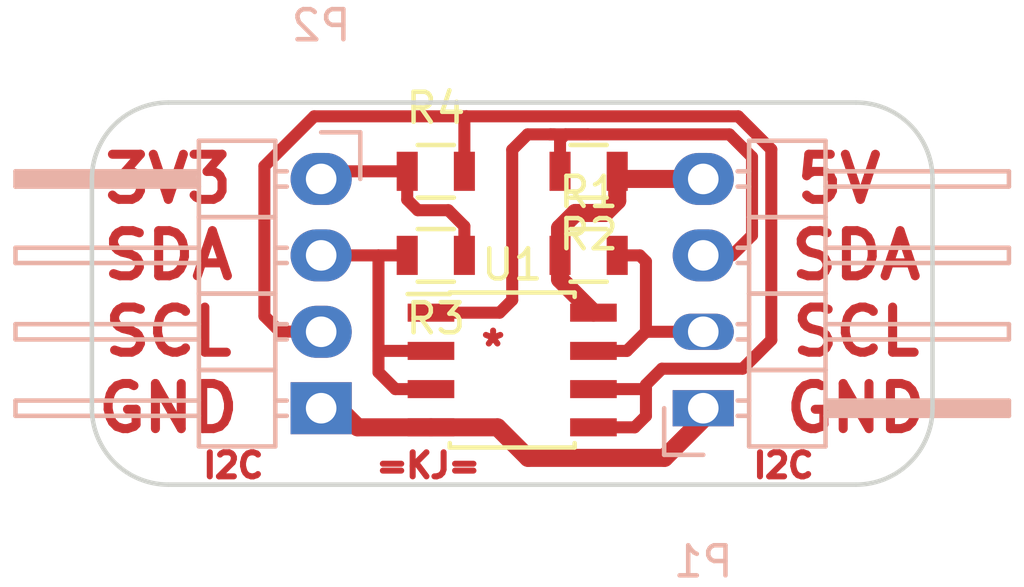
<source format=kicad_pcb>
(kicad_pcb (version 4) (host pcbnew 4.0.4+e1-6308~48~ubuntu16.04.1-stable)

  (general
    (links 17)
    (no_connects 0)
    (area 128.824999 98.065 163.275001 117.935)
    (thickness 1.6)
    (drawings 20)
    (tracks 76)
    (zones 0)
    (modules 7)
    (nets 8)
  )

  (page A4)
  (layers
    (0 F.Cu signal)
    (31 B.Cu signal)
    (32 B.Adhes user)
    (33 F.Adhes user)
    (34 B.Paste user)
    (35 F.Paste user)
    (36 B.SilkS user)
    (37 F.SilkS user hide)
    (38 B.Mask user)
    (39 F.Mask user)
    (40 Dwgs.User user)
    (41 Cmts.User user)
    (42 Eco1.User user)
    (43 Eco2.User user)
    (44 Edge.Cuts user)
    (45 Margin user)
    (46 B.CrtYd user)
    (47 F.CrtYd user)
    (48 B.Fab user hide)
    (49 F.Fab user hide)
  )

  (setup
    (last_trace_width 0.25)
    (user_trace_width 0.3)
    (user_trace_width 0.4)
    (user_trace_width 0.5)
    (trace_clearance 0.2)
    (zone_clearance 0.508)
    (zone_45_only no)
    (trace_min 0.2)
    (segment_width 0.2)
    (edge_width 0.15)
    (via_size 0.6)
    (via_drill 0.4)
    (via_min_size 0.4)
    (via_min_drill 0.3)
    (uvia_size 0.3)
    (uvia_drill 0.1)
    (uvias_allowed no)
    (uvia_min_size 0.2)
    (uvia_min_drill 0.1)
    (pcb_text_width 0.3)
    (pcb_text_size 1.5 1.5)
    (mod_edge_width 0.15)
    (mod_text_size 1 1)
    (mod_text_width 0.15)
    (pad_size 2.032 1.7272)
    (pad_drill 1.016)
    (pad_to_mask_clearance 0.2)
    (aux_axis_origin 0 0)
    (visible_elements FFFFEF7F)
    (pcbplotparams
      (layerselection 0x01000_00000001)
      (usegerberextensions false)
      (excludeedgelayer true)
      (linewidth 0.100000)
      (plotframeref false)
      (viasonmask false)
      (mode 1)
      (useauxorigin false)
      (hpglpennumber 1)
      (hpglpenspeed 20)
      (hpglpendiameter 15)
      (hpglpenoverlay 2)
      (psnegative false)
      (psa4output false)
      (plotreference true)
      (plotvalue true)
      (plotinvisibletext false)
      (padsonsilk false)
      (subtractmaskfromsilk false)
      (outputformat 1)
      (mirror false)
      (drillshape 0)
      (scaleselection 1)
      (outputdirectory "/media/mdh/FREDRIK H/KSW/"))
  )

  (net 0 "")
  (net 1 GND)
  (net 2 +5V)
  (net 3 +3V3)
  (net 4 /SCL0)
  (net 5 /SDA0)
  (net 6 /SCL1)
  (net 7 /SDA1)

  (net_class Default "This is the default net class."
    (clearance 0.2)
    (trace_width 0.25)
    (via_dia 0.6)
    (via_drill 0.4)
    (uvia_dia 0.3)
    (uvia_drill 0.1)
    (add_net +3V3)
    (add_net +5V)
    (add_net /SCL0)
    (add_net /SCL1)
    (add_net /SDA0)
    (add_net /SDA1)
    (add_net GND)
  )

  (module Housings_SOIC:SOIC-8_3.9x4.9mm_Pitch1.27mm (layer F.Cu) (tedit 54130A77) (tstamp 581C6B62)
    (at 146.05 110.49)
    (descr "8-Lead Plastic Small Outline (SN) - Narrow, 3.90 mm Body [SOIC] (see Microchip Packaging Specification 00000049BS.pdf)")
    (tags "SOIC 1.27")
    (path /581C686B)
    (attr smd)
    (fp_text reference U1 (at 0 -3.5) (layer F.SilkS)
      (effects (font (size 1 1) (thickness 0.15)))
    )
    (fp_text value P82B96 (at 0 3.5) (layer F.Fab)
      (effects (font (size 1 1) (thickness 0.15)))
    )
    (fp_line (start -0.95 -2.45) (end 1.95 -2.45) (layer F.Fab) (width 0.15))
    (fp_line (start 1.95 -2.45) (end 1.95 2.45) (layer F.Fab) (width 0.15))
    (fp_line (start 1.95 2.45) (end -1.95 2.45) (layer F.Fab) (width 0.15))
    (fp_line (start -1.95 2.45) (end -1.95 -1.45) (layer F.Fab) (width 0.15))
    (fp_line (start -1.95 -1.45) (end -0.95 -2.45) (layer F.Fab) (width 0.15))
    (fp_line (start -3.75 -2.75) (end -3.75 2.75) (layer F.CrtYd) (width 0.05))
    (fp_line (start 3.75 -2.75) (end 3.75 2.75) (layer F.CrtYd) (width 0.05))
    (fp_line (start -3.75 -2.75) (end 3.75 -2.75) (layer F.CrtYd) (width 0.05))
    (fp_line (start -3.75 2.75) (end 3.75 2.75) (layer F.CrtYd) (width 0.05))
    (fp_line (start -2.075 -2.575) (end -2.075 -2.525) (layer F.SilkS) (width 0.15))
    (fp_line (start 2.075 -2.575) (end 2.075 -2.43) (layer F.SilkS) (width 0.15))
    (fp_line (start 2.075 2.575) (end 2.075 2.43) (layer F.SilkS) (width 0.15))
    (fp_line (start -2.075 2.575) (end -2.075 2.43) (layer F.SilkS) (width 0.15))
    (fp_line (start -2.075 -2.575) (end 2.075 -2.575) (layer F.SilkS) (width 0.15))
    (fp_line (start -2.075 2.575) (end 2.075 2.575) (layer F.SilkS) (width 0.15))
    (fp_line (start -2.075 -2.525) (end -3.475 -2.525) (layer F.SilkS) (width 0.15))
    (pad 1 smd rect (at -2.7 -1.905) (size 1.55 0.6) (layers F.Cu F.Paste F.Mask)
      (net 5 /SDA0))
    (pad 2 smd rect (at -2.7 -0.635) (size 1.55 0.6) (layers F.Cu F.Paste F.Mask)
      (net 7 /SDA1))
    (pad 3 smd rect (at -2.7 0.635) (size 1.55 0.6) (layers F.Cu F.Paste F.Mask)
      (net 7 /SDA1))
    (pad 4 smd rect (at -2.7 1.905) (size 1.55 0.6) (layers F.Cu F.Paste F.Mask)
      (net 1 GND))
    (pad 5 smd rect (at 2.7 1.905) (size 1.55 0.6) (layers F.Cu F.Paste F.Mask)
      (net 6 /SCL1))
    (pad 6 smd rect (at 2.7 0.635) (size 1.55 0.6) (layers F.Cu F.Paste F.Mask)
      (net 6 /SCL1))
    (pad 7 smd rect (at 2.7 -0.635) (size 1.55 0.6) (layers F.Cu F.Paste F.Mask)
      (net 4 /SCL0))
    (pad 8 smd rect (at 2.7 -1.905) (size 1.55 0.6) (layers F.Cu F.Paste F.Mask)
      (net 2 +5V))
    (model Housings_SOIC.3dshapes/SOIC-8_3.9x4.9mm_Pitch1.27mm.wrl
      (at (xyz 0 0 0))
      (scale (xyz 1 1 1))
      (rotate (xyz 0 0 0))
    )
  )

  (module Resistors_SMD:R_0805 (layer F.Cu) (tedit 5415CDEB) (tstamp 581C6B44)
    (at 148.59 106.68)
    (descr "Resistor SMD 0805, reflow soldering, Vishay (see dcrcw.pdf)")
    (tags "resistor 0805")
    (path /581C6B0D)
    (attr smd)
    (fp_text reference R1 (at 0 -2.1) (layer F.SilkS)
      (effects (font (size 1 1) (thickness 0.15)))
    )
    (fp_text value 1k (at 0 2.1) (layer F.Fab)
      (effects (font (size 1 1) (thickness 0.15)))
    )
    (fp_line (start -1.6 -1) (end 1.6 -1) (layer F.CrtYd) (width 0.05))
    (fp_line (start -1.6 1) (end 1.6 1) (layer F.CrtYd) (width 0.05))
    (fp_line (start -1.6 -1) (end -1.6 1) (layer F.CrtYd) (width 0.05))
    (fp_line (start 1.6 -1) (end 1.6 1) (layer F.CrtYd) (width 0.05))
    (fp_line (start 0.6 0.875) (end -0.6 0.875) (layer F.SilkS) (width 0.15))
    (fp_line (start -0.6 -0.875) (end 0.6 -0.875) (layer F.SilkS) (width 0.15))
    (pad 1 smd rect (at -0.95 0) (size 0.7 1.3) (layers F.Cu F.Paste F.Mask)
      (net 2 +5V))
    (pad 2 smd rect (at 0.95 0) (size 0.7 1.3) (layers F.Cu F.Paste F.Mask)
      (net 4 /SCL0))
    (model Resistors_SMD.3dshapes/R_0805.wrl
      (at (xyz 0 0 0))
      (scale (xyz 1 1 1))
      (rotate (xyz 0 0 0))
    )
  )

  (module Resistors_SMD:R_0805 (layer F.Cu) (tedit 5415CDEB) (tstamp 581C6B4A)
    (at 148.59 103.886 180)
    (descr "Resistor SMD 0805, reflow soldering, Vishay (see dcrcw.pdf)")
    (tags "resistor 0805")
    (path /581C6A60)
    (attr smd)
    (fp_text reference R2 (at 0 -2.1 180) (layer F.SilkS)
      (effects (font (size 1 1) (thickness 0.15)))
    )
    (fp_text value 1k (at 0 2.1 180) (layer F.Fab)
      (effects (font (size 1 1) (thickness 0.15)))
    )
    (fp_line (start -1.6 -1) (end 1.6 -1) (layer F.CrtYd) (width 0.05))
    (fp_line (start -1.6 1) (end 1.6 1) (layer F.CrtYd) (width 0.05))
    (fp_line (start -1.6 -1) (end -1.6 1) (layer F.CrtYd) (width 0.05))
    (fp_line (start 1.6 -1) (end 1.6 1) (layer F.CrtYd) (width 0.05))
    (fp_line (start 0.6 0.875) (end -0.6 0.875) (layer F.SilkS) (width 0.15))
    (fp_line (start -0.6 -0.875) (end 0.6 -0.875) (layer F.SilkS) (width 0.15))
    (pad 1 smd rect (at -0.95 0 180) (size 0.7 1.3) (layers F.Cu F.Paste F.Mask)
      (net 2 +5V))
    (pad 2 smd rect (at 0.95 0 180) (size 0.7 1.3) (layers F.Cu F.Paste F.Mask)
      (net 5 /SDA0))
    (model Resistors_SMD.3dshapes/R_0805.wrl
      (at (xyz 0 0 0))
      (scale (xyz 1 1 1))
      (rotate (xyz 0 0 0))
    )
  )

  (module Resistors_SMD:R_0805 (layer F.Cu) (tedit 5415CDEB) (tstamp 581C6B50)
    (at 143.51 106.68 180)
    (descr "Resistor SMD 0805, reflow soldering, Vishay (see dcrcw.pdf)")
    (tags "resistor 0805")
    (path /581C6DBB)
    (attr smd)
    (fp_text reference R3 (at 0 -2.1 180) (layer F.SilkS)
      (effects (font (size 1 1) (thickness 0.15)))
    )
    (fp_text value 1k (at 0 2.1 180) (layer F.Fab)
      (effects (font (size 1 1) (thickness 0.15)))
    )
    (fp_line (start -1.6 -1) (end 1.6 -1) (layer F.CrtYd) (width 0.05))
    (fp_line (start -1.6 1) (end 1.6 1) (layer F.CrtYd) (width 0.05))
    (fp_line (start -1.6 -1) (end -1.6 1) (layer F.CrtYd) (width 0.05))
    (fp_line (start 1.6 -1) (end 1.6 1) (layer F.CrtYd) (width 0.05))
    (fp_line (start 0.6 0.875) (end -0.6 0.875) (layer F.SilkS) (width 0.15))
    (fp_line (start -0.6 -0.875) (end 0.6 -0.875) (layer F.SilkS) (width 0.15))
    (pad 1 smd rect (at -0.95 0 180) (size 0.7 1.3) (layers F.Cu F.Paste F.Mask)
      (net 3 +3V3))
    (pad 2 smd rect (at 0.95 0 180) (size 0.7 1.3) (layers F.Cu F.Paste F.Mask)
      (net 7 /SDA1))
    (model Resistors_SMD.3dshapes/R_0805.wrl
      (at (xyz 0 0 0))
      (scale (xyz 1 1 1))
      (rotate (xyz 0 0 0))
    )
  )

  (module Resistors_SMD:R_0805 (layer F.Cu) (tedit 5415CDEB) (tstamp 581C6B56)
    (at 143.51 103.886)
    (descr "Resistor SMD 0805, reflow soldering, Vishay (see dcrcw.pdf)")
    (tags "resistor 0805")
    (path /581C6E4E)
    (attr smd)
    (fp_text reference R4 (at 0 -2.1) (layer F.SilkS)
      (effects (font (size 1 1) (thickness 0.15)))
    )
    (fp_text value 1k (at 0 2.1) (layer F.Fab)
      (effects (font (size 1 1) (thickness 0.15)))
    )
    (fp_line (start -1.6 -1) (end 1.6 -1) (layer F.CrtYd) (width 0.05))
    (fp_line (start -1.6 1) (end 1.6 1) (layer F.CrtYd) (width 0.05))
    (fp_line (start -1.6 -1) (end -1.6 1) (layer F.CrtYd) (width 0.05))
    (fp_line (start 1.6 -1) (end 1.6 1) (layer F.CrtYd) (width 0.05))
    (fp_line (start 0.6 0.875) (end -0.6 0.875) (layer F.SilkS) (width 0.15))
    (fp_line (start -0.6 -0.875) (end 0.6 -0.875) (layer F.SilkS) (width 0.15))
    (pad 1 smd rect (at -0.95 0) (size 0.7 1.3) (layers F.Cu F.Paste F.Mask)
      (net 3 +3V3))
    (pad 2 smd rect (at 0.95 0) (size 0.7 1.3) (layers F.Cu F.Paste F.Mask)
      (net 6 /SCL1))
    (model Resistors_SMD.3dshapes/R_0805.wrl
      (at (xyz 0 0 0))
      (scale (xyz 1 1 1))
      (rotate (xyz 0 0 0))
    )
  )

  (module Pin_Headers:Pin_Header_Angled_1x04 (layer B.Cu) (tedit 582347E6) (tstamp 582344E3)
    (at 152.4 111.76)
    (descr "Through hole pin header")
    (tags "pin header")
    (path /581C6C1C)
    (fp_text reference P1 (at 0 5.1) (layer B.SilkS)
      (effects (font (size 1 1) (thickness 0.15)) (justify mirror))
    )
    (fp_text value CONN_01X04 (at 0 3.1) (layer B.Fab)
      (effects (font (size 1 1) (thickness 0.15)) (justify mirror))
    )
    (fp_line (start -1.5 1.75) (end -1.5 -9.4) (layer B.CrtYd) (width 0.05))
    (fp_line (start 10.65 1.75) (end 10.65 -9.4) (layer B.CrtYd) (width 0.05))
    (fp_line (start -1.5 1.75) (end 10.65 1.75) (layer B.CrtYd) (width 0.05))
    (fp_line (start -1.5 -9.4) (end 10.65 -9.4) (layer B.CrtYd) (width 0.05))
    (fp_line (start -1.3 1.55) (end -1.3 0) (layer B.SilkS) (width 0.15))
    (fp_line (start 0 1.55) (end -1.3 1.55) (layer B.SilkS) (width 0.15))
    (fp_line (start 4.191 0.127) (end 10.033 0.127) (layer B.SilkS) (width 0.15))
    (fp_line (start 10.033 0.127) (end 10.033 -0.127) (layer B.SilkS) (width 0.15))
    (fp_line (start 10.033 -0.127) (end 4.191 -0.127) (layer B.SilkS) (width 0.15))
    (fp_line (start 4.191 -0.127) (end 4.191 0) (layer B.SilkS) (width 0.15))
    (fp_line (start 4.191 0) (end 10.033 0) (layer B.SilkS) (width 0.15))
    (fp_line (start 1.524 0.254) (end 1.143 0.254) (layer B.SilkS) (width 0.15))
    (fp_line (start 1.524 -0.254) (end 1.143 -0.254) (layer B.SilkS) (width 0.15))
    (fp_line (start 1.524 -2.286) (end 1.143 -2.286) (layer B.SilkS) (width 0.15))
    (fp_line (start 1.524 -2.794) (end 1.143 -2.794) (layer B.SilkS) (width 0.15))
    (fp_line (start 1.524 -4.826) (end 1.143 -4.826) (layer B.SilkS) (width 0.15))
    (fp_line (start 1.524 -5.334) (end 1.143 -5.334) (layer B.SilkS) (width 0.15))
    (fp_line (start 1.524 -7.874) (end 1.143 -7.874) (layer B.SilkS) (width 0.15))
    (fp_line (start 1.524 -7.366) (end 1.143 -7.366) (layer B.SilkS) (width 0.15))
    (fp_line (start 1.524 1.27) (end 4.064 1.27) (layer B.SilkS) (width 0.15))
    (fp_line (start 1.524 -1.27) (end 4.064 -1.27) (layer B.SilkS) (width 0.15))
    (fp_line (start 1.524 -1.27) (end 1.524 -3.81) (layer B.SilkS) (width 0.15))
    (fp_line (start 1.524 -3.81) (end 4.064 -3.81) (layer B.SilkS) (width 0.15))
    (fp_line (start 4.064 -2.286) (end 10.16 -2.286) (layer B.SilkS) (width 0.15))
    (fp_line (start 10.16 -2.286) (end 10.16 -2.794) (layer B.SilkS) (width 0.15))
    (fp_line (start 10.16 -2.794) (end 4.064 -2.794) (layer B.SilkS) (width 0.15))
    (fp_line (start 4.064 -3.81) (end 4.064 -1.27) (layer B.SilkS) (width 0.15))
    (fp_line (start 4.064 -1.27) (end 4.064 1.27) (layer B.SilkS) (width 0.15))
    (fp_line (start 10.16 -0.254) (end 4.064 -0.254) (layer B.SilkS) (width 0.15))
    (fp_line (start 10.16 0.254) (end 10.16 -0.254) (layer B.SilkS) (width 0.15))
    (fp_line (start 4.064 0.254) (end 10.16 0.254) (layer B.SilkS) (width 0.15))
    (fp_line (start 1.524 -1.27) (end 4.064 -1.27) (layer B.SilkS) (width 0.15))
    (fp_line (start 1.524 1.27) (end 1.524 -1.27) (layer B.SilkS) (width 0.15))
    (fp_line (start 1.524 -6.35) (end 4.064 -6.35) (layer B.SilkS) (width 0.15))
    (fp_line (start 1.524 -6.35) (end 1.524 -8.89) (layer B.SilkS) (width 0.15))
    (fp_line (start 1.524 -8.89) (end 4.064 -8.89) (layer B.SilkS) (width 0.15))
    (fp_line (start 4.064 -7.366) (end 10.16 -7.366) (layer B.SilkS) (width 0.15))
    (fp_line (start 10.16 -7.366) (end 10.16 -7.874) (layer B.SilkS) (width 0.15))
    (fp_line (start 10.16 -7.874) (end 4.064 -7.874) (layer B.SilkS) (width 0.15))
    (fp_line (start 4.064 -8.89) (end 4.064 -6.35) (layer B.SilkS) (width 0.15))
    (fp_line (start 4.064 -6.35) (end 4.064 -3.81) (layer B.SilkS) (width 0.15))
    (fp_line (start 10.16 -5.334) (end 4.064 -5.334) (layer B.SilkS) (width 0.15))
    (fp_line (start 10.16 -4.826) (end 10.16 -5.334) (layer B.SilkS) (width 0.15))
    (fp_line (start 4.064 -4.826) (end 10.16 -4.826) (layer B.SilkS) (width 0.15))
    (fp_line (start 1.524 -6.35) (end 4.064 -6.35) (layer B.SilkS) (width 0.15))
    (fp_line (start 1.524 -3.81) (end 1.524 -6.35) (layer B.SilkS) (width 0.15))
    (fp_line (start 1.524 -3.81) (end 4.064 -3.81) (layer B.SilkS) (width 0.15))
    (pad 1 thru_hole rect (at 0 0) (size 2.032 1.2) (drill 1.016) (layers *.Cu *.Mask)
      (net 1 GND))
    (pad 2 thru_hole oval (at 0 -2.54) (size 2.032 1.2) (drill 1.016) (layers *.Cu *.Mask)
      (net 4 /SCL0))
    (pad 3 thru_hole oval (at 0 -5.08) (size 2.032 1.7272) (drill 1.016) (layers *.Cu *.Mask)
      (net 5 /SDA0))
    (pad 4 thru_hole oval (at 0 -7.62) (size 2.032 1.7272) (drill 1.016) (layers *.Cu *.Mask)
      (net 2 +5V))
    (model Pin_Headers.3dshapes/Pin_Header_Angled_1x04.wrl
      (at (xyz 0 -0.15 0))
      (scale (xyz 1 1 1))
      (rotate (xyz 0 0 90))
    )
  )

  (module Pin_Headers:Pin_Header_Angled_1x04 (layer B.Cu) (tedit 58234817) (tstamp 582344EA)
    (at 139.7 104.14 180)
    (descr "Through hole pin header")
    (tags "pin header")
    (path /581C6CE1)
    (fp_text reference P2 (at 0 5.1 180) (layer B.SilkS)
      (effects (font (size 1 1) (thickness 0.15)) (justify mirror))
    )
    (fp_text value CONN_01X04 (at 0 3.1 180) (layer B.Fab)
      (effects (font (size 1 1) (thickness 0.15)) (justify mirror))
    )
    (fp_line (start -1.5 1.75) (end -1.5 -9.4) (layer B.CrtYd) (width 0.05))
    (fp_line (start 10.65 1.75) (end 10.65 -9.4) (layer B.CrtYd) (width 0.05))
    (fp_line (start -1.5 1.75) (end 10.65 1.75) (layer B.CrtYd) (width 0.05))
    (fp_line (start -1.5 -9.4) (end 10.65 -9.4) (layer B.CrtYd) (width 0.05))
    (fp_line (start -1.3 1.55) (end -1.3 0) (layer B.SilkS) (width 0.15))
    (fp_line (start 0 1.55) (end -1.3 1.55) (layer B.SilkS) (width 0.15))
    (fp_line (start 4.191 0.127) (end 10.033 0.127) (layer B.SilkS) (width 0.15))
    (fp_line (start 10.033 0.127) (end 10.033 -0.127) (layer B.SilkS) (width 0.15))
    (fp_line (start 10.033 -0.127) (end 4.191 -0.127) (layer B.SilkS) (width 0.15))
    (fp_line (start 4.191 -0.127) (end 4.191 0) (layer B.SilkS) (width 0.15))
    (fp_line (start 4.191 0) (end 10.033 0) (layer B.SilkS) (width 0.15))
    (fp_line (start 1.524 0.254) (end 1.143 0.254) (layer B.SilkS) (width 0.15))
    (fp_line (start 1.524 -0.254) (end 1.143 -0.254) (layer B.SilkS) (width 0.15))
    (fp_line (start 1.524 -2.286) (end 1.143 -2.286) (layer B.SilkS) (width 0.15))
    (fp_line (start 1.524 -2.794) (end 1.143 -2.794) (layer B.SilkS) (width 0.15))
    (fp_line (start 1.524 -4.826) (end 1.143 -4.826) (layer B.SilkS) (width 0.15))
    (fp_line (start 1.524 -5.334) (end 1.143 -5.334) (layer B.SilkS) (width 0.15))
    (fp_line (start 1.524 -7.874) (end 1.143 -7.874) (layer B.SilkS) (width 0.15))
    (fp_line (start 1.524 -7.366) (end 1.143 -7.366) (layer B.SilkS) (width 0.15))
    (fp_line (start 1.524 1.27) (end 4.064 1.27) (layer B.SilkS) (width 0.15))
    (fp_line (start 1.524 -1.27) (end 4.064 -1.27) (layer B.SilkS) (width 0.15))
    (fp_line (start 1.524 -1.27) (end 1.524 -3.81) (layer B.SilkS) (width 0.15))
    (fp_line (start 1.524 -3.81) (end 4.064 -3.81) (layer B.SilkS) (width 0.15))
    (fp_line (start 4.064 -2.286) (end 10.16 -2.286) (layer B.SilkS) (width 0.15))
    (fp_line (start 10.16 -2.286) (end 10.16 -2.794) (layer B.SilkS) (width 0.15))
    (fp_line (start 10.16 -2.794) (end 4.064 -2.794) (layer B.SilkS) (width 0.15))
    (fp_line (start 4.064 -3.81) (end 4.064 -1.27) (layer B.SilkS) (width 0.15))
    (fp_line (start 4.064 -1.27) (end 4.064 1.27) (layer B.SilkS) (width 0.15))
    (fp_line (start 10.16 -0.254) (end 4.064 -0.254) (layer B.SilkS) (width 0.15))
    (fp_line (start 10.16 0.254) (end 10.16 -0.254) (layer B.SilkS) (width 0.15))
    (fp_line (start 4.064 0.254) (end 10.16 0.254) (layer B.SilkS) (width 0.15))
    (fp_line (start 1.524 -1.27) (end 4.064 -1.27) (layer B.SilkS) (width 0.15))
    (fp_line (start 1.524 1.27) (end 1.524 -1.27) (layer B.SilkS) (width 0.15))
    (fp_line (start 1.524 -6.35) (end 4.064 -6.35) (layer B.SilkS) (width 0.15))
    (fp_line (start 1.524 -6.35) (end 1.524 -8.89) (layer B.SilkS) (width 0.15))
    (fp_line (start 1.524 -8.89) (end 4.064 -8.89) (layer B.SilkS) (width 0.15))
    (fp_line (start 4.064 -7.366) (end 10.16 -7.366) (layer B.SilkS) (width 0.15))
    (fp_line (start 10.16 -7.366) (end 10.16 -7.874) (layer B.SilkS) (width 0.15))
    (fp_line (start 10.16 -7.874) (end 4.064 -7.874) (layer B.SilkS) (width 0.15))
    (fp_line (start 4.064 -8.89) (end 4.064 -6.35) (layer B.SilkS) (width 0.15))
    (fp_line (start 4.064 -6.35) (end 4.064 -3.81) (layer B.SilkS) (width 0.15))
    (fp_line (start 10.16 -5.334) (end 4.064 -5.334) (layer B.SilkS) (width 0.15))
    (fp_line (start 10.16 -4.826) (end 10.16 -5.334) (layer B.SilkS) (width 0.15))
    (fp_line (start 4.064 -4.826) (end 10.16 -4.826) (layer B.SilkS) (width 0.15))
    (fp_line (start 1.524 -6.35) (end 4.064 -6.35) (layer B.SilkS) (width 0.15))
    (fp_line (start 1.524 -3.81) (end 1.524 -6.35) (layer B.SilkS) (width 0.15))
    (fp_line (start 1.524 -3.81) (end 4.064 -3.81) (layer B.SilkS) (width 0.15))
    (pad 1 thru_hole oval (at 0 0 180) (size 2.032 1.7272) (drill 1.016) (layers *.Cu *.Mask)
      (net 3 +3V3))
    (pad 2 thru_hole oval (at 0 -2.54 180) (size 2.032 1.7272) (drill 1.016) (layers *.Cu *.Mask)
      (net 7 /SDA1))
    (pad 3 thru_hole oval (at 0 -5.08 180) (size 2.032 1.7272) (drill 1.016) (layers *.Cu *.Mask)
      (net 6 /SCL1))
    (pad 4 thru_hole rect (at 0 -7.62 180) (size 2.032 1.7272) (drill 1.016) (layers *.Cu *.Mask)
      (net 1 GND))
    (model Pin_Headers.3dshapes/Pin_Header_Angled_1x04.wrl
      (at (xyz 0 -0.15 0))
      (scale (xyz 1 1 1))
      (rotate (xyz 0 0 90))
    )
  )

  (gr_text I2C (at 155.067 113.665) (layer F.Cu) (tstamp 5823474E)
    (effects (font (size 0.8 0.8) (thickness 0.2)))
  )
  (gr_text I2C (at 136.779 113.665) (layer F.Cu) (tstamp 5823473D)
    (effects (font (size 0.8 0.8) (thickness 0.2)))
  )
  (gr_text =KJ= (at 143.256 113.665) (layer F.Cu)
    (effects (font (size 0.8 0.8) (thickness 0.2)))
  )
  (gr_text * (at 145.415 109.728) (layer F.Cu)
    (effects (font (size 1 1) (thickness 0.2)))
  )
  (gr_arc (start 157.48 104.14) (end 157.48 101.6) (angle 90) (layer Edge.Cuts) (width 0.15) (tstamp 581C81A9))
  (gr_arc (start 157.48 111.76) (end 160.02 111.76) (angle 90) (layer Edge.Cuts) (width 0.15) (tstamp 581C8167))
  (gr_arc (start 134.62 104.14) (end 132.08 104.14) (angle 90) (layer Edge.Cuts) (width 0.15))
  (gr_arc (start 134.62 111.76) (end 134.62 114.3) (angle 90) (layer Edge.Cuts) (width 0.15))
  (gr_text SCL (at 157.48 109.22) (layer F.Cu)
    (effects (font (size 1.5 1.5) (thickness 0.3)))
  )
  (gr_text SDA (at 157.48 106.68) (layer F.Cu)
    (effects (font (size 1.5 1.5) (thickness 0.3)))
  )
  (gr_text SCL (at 134.62 109.22) (layer F.Cu)
    (effects (font (size 1.5 1.5) (thickness 0.3)))
  )
  (gr_text SDA (at 134.62 106.68) (layer F.Cu)
    (effects (font (size 1.5 1.5) (thickness 0.3)))
  )
  (gr_text GND (at 134.62 111.76) (layer F.Cu)
    (effects (font (size 1.5 1.5) (thickness 0.3)))
  )
  (gr_text GND (at 157.48 111.76) (layer F.Cu)
    (effects (font (size 1.5 1.5) (thickness 0.3)))
  )
  (gr_text 3V3 (at 134.62 104.14) (layer F.Cu)
    (effects (font (size 1.5 1.5) (thickness 0.3)))
  )
  (gr_text "5V " (at 157.48 104.14) (layer F.Cu)
    (effects (font (size 1.5 1.5) (thickness 0.3)))
  )
  (gr_line (start 157.48 101.6) (end 134.62 101.6) (layer Edge.Cuts) (width 0.15))
  (gr_line (start 160.02 111.76) (end 160.02 104.14) (layer Edge.Cuts) (width 0.15))
  (gr_line (start 134.62 114.3) (end 157.48 114.3) (layer Edge.Cuts) (width 0.15))
  (gr_line (start 132.08 104.14) (end 132.08 111.76) (layer Edge.Cuts) (width 0.15))

  (segment (start 143.35 112.395) (end 140.912278 112.395) (width 0.6) (layer F.Cu) (net 1))
  (segment (start 140.912278 112.395) (end 140.277278 111.76) (width 0.6) (layer F.Cu) (net 1))
  (segment (start 140.277278 111.76) (end 139.7 111.76) (width 0.6) (layer F.Cu) (net 1))
  (segment (start 152.4 111.76) (end 152.4 112.121288) (width 0.6) (layer F.Cu) (net 1))
  (segment (start 152.4 112.121288) (end 151.110182 113.411106) (width 0.6) (layer F.Cu) (net 1))
  (segment (start 151.110182 113.411106) (end 146.577471 113.411106) (width 0.6) (layer F.Cu) (net 1))
  (segment (start 146.577471 113.411106) (end 145.561365 112.395) (width 0.6) (layer F.Cu) (net 1))
  (segment (start 145.561365 112.395) (end 143.35 112.395) (width 0.6) (layer F.Cu) (net 1))
  (segment (start 149.54 104.865171) (end 149.54 103.886) (width 0.6) (layer F.Cu) (net 2))
  (segment (start 152.4 104.14) (end 149.794 104.14) (width 0.6) (layer F.Cu) (net 2))
  (segment (start 147.64 106.68) (end 147.64 105.778047) (width 0.6) (layer F.Cu) (net 2))
  (segment (start 147.64 105.778047) (end 148.147048 105.270999) (width 0.6) (layer F.Cu) (net 2))
  (segment (start 148.147048 105.270999) (end 149.134172 105.270999) (width 0.6) (layer F.Cu) (net 2))
  (segment (start 149.134172 105.270999) (end 149.54 104.865171) (width 0.6) (layer F.Cu) (net 2))
  (segment (start 147.64 107.475) (end 148.75 108.585) (width 0.6) (layer F.Cu) (net 2))
  (segment (start 147.64 106.68) (end 147.64 107.475) (width 0.6) (layer F.Cu) (net 2))
  (segment (start 144.46 106.68) (end 144.46 105.712835) (width 0.4) (layer F.Cu) (net 3))
  (segment (start 144.46 105.712835) (end 143.925896 105.178731) (width 0.4) (layer F.Cu) (net 3))
  (segment (start 143.925896 105.178731) (end 142.910425 105.178731) (width 0.4) (layer F.Cu) (net 3))
  (segment (start 142.910425 105.178731) (end 142.56 104.828306) (width 0.4) (layer F.Cu) (net 3))
  (segment (start 142.56 104.828306) (end 142.56 103.505) (width 0.4) (layer F.Cu) (net 3))
  (segment (start 142.56 103.886) (end 139.954 103.886) (width 0.4) (layer F.Cu) (net 3))
  (segment (start 139.954 103.886) (end 139.7 104.14) (width 0.4) (layer F.Cu) (net 3))
  (segment (start 140.01 103.83) (end 139.7 104.14) (width 0.4) (layer F.Cu) (net 3))
  (segment (start 148.75 109.855) (end 149.161037 109.855) (width 0.4) (layer F.Cu) (net 4))
  (segment (start 149.161037 109.855) (end 149.161043 109.855006) (width 0.4) (layer F.Cu) (net 4))
  (segment (start 149.161043 109.855006) (end 149.859994 109.855006) (width 0.4) (layer F.Cu) (net 4))
  (segment (start 149.859994 109.855006) (end 150.495 109.22) (width 0.4) (layer F.Cu) (net 4))
  (segment (start 150.495 109.22) (end 150.495 106.885) (width 0.4) (layer F.Cu) (net 4))
  (segment (start 152.4 109.22) (end 150.495 109.22) (width 0.4) (layer F.Cu) (net 4))
  (segment (start 150.495 106.885) (end 150.29 106.68) (width 0.4) (layer F.Cu) (net 4))
  (segment (start 150.29 106.68) (end 149.54 106.68) (width 0.4) (layer F.Cu) (net 4))
  (segment (start 152.4 109.22) (end 152.327336 109.292664) (width 0.4) (layer F.Cu) (net 4))
  (segment (start 152.396824 109.223176) (end 152.4 109.22) (width 0.4) (layer F.Cu) (net 4))
  (segment (start 147.32 102.657678) (end 146.563003 102.657678) (width 0.4) (layer F.Cu) (net 5))
  (segment (start 146.05 108.164301) (end 145.629301 108.585) (width 0.4) (layer F.Cu) (net 5))
  (segment (start 146.563003 102.657678) (end 146.05 103.170681) (width 0.4) (layer F.Cu) (net 5))
  (segment (start 146.05 103.170681) (end 146.05 108.164301) (width 0.4) (layer F.Cu) (net 5))
  (segment (start 145.629301 108.585) (end 143.35 108.585) (width 0.4) (layer F.Cu) (net 5))
  (segment (start 152.4 106.68) (end 153.357039 106.68) (width 0.4) (layer F.Cu) (net 5))
  (segment (start 153.357039 106.68) (end 154.020928 106.016111) (width 0.4) (layer F.Cu) (net 5))
  (segment (start 154.020928 106.016111) (end 154.020928 103.40947) (width 0.4) (layer F.Cu) (net 5))
  (segment (start 154.020928 103.40947) (end 153.269136 102.657678) (width 0.4) (layer F.Cu) (net 5))
  (segment (start 153.269136 102.657678) (end 148.568322 102.657678) (width 0.4) (layer F.Cu) (net 5))
  (segment (start 147.64 103.886) (end 147.64 102.836) (width 0.4) (layer F.Cu) (net 5))
  (segment (start 147.64 102.836) (end 147.818322 102.657678) (width 0.4) (layer F.Cu) (net 5))
  (segment (start 147.818322 102.657678) (end 148.568322 102.657678) (width 0.4) (layer F.Cu) (net 5))
  (segment (start 147.461678 102.657678) (end 147.32 102.657678) (width 0.4) (layer F.Cu) (net 5))
  (segment (start 148.568322 102.657678) (end 147.32 102.657678) (width 0.4) (layer F.Cu) (net 5))
  (segment (start 147.64 103.586) (end 147.64 103.886) (width 0.4) (layer F.Cu) (net 5))
  (segment (start 144.526 102.057667) (end 153.561514 102.057667) (width 0.4) (layer F.Cu) (net 6))
  (segment (start 153.561514 102.057667) (end 154.66127 103.157423) (width 0.4) (layer F.Cu) (net 6))
  (segment (start 154.66127 103.157423) (end 154.66127 109.493074) (width 0.4) (layer F.Cu) (net 6))
  (segment (start 151.026566 110.447092) (end 150.495 110.978658) (width 0.4) (layer F.Cu) (net 6))
  (segment (start 154.66127 109.493074) (end 153.707252 110.447092) (width 0.4) (layer F.Cu) (net 6))
  (segment (start 153.707252 110.447092) (end 151.026566 110.447092) (width 0.4) (layer F.Cu) (net 6))
  (segment (start 150.495 110.978658) (end 150.495 111.125) (width 0.4) (layer F.Cu) (net 6))
  (segment (start 148.75 112.395) (end 150.118951 112.395) (width 0.4) (layer F.Cu) (net 6))
  (segment (start 150.118951 112.395) (end 150.495 112.018951) (width 0.4) (layer F.Cu) (net 6))
  (segment (start 150.495 112.018951) (end 150.495 111.125) (width 0.4) (layer F.Cu) (net 6))
  (segment (start 139.7 109.22) (end 139.694542 109.214542) (width 0.4) (layer F.Cu) (net 6))
  (segment (start 137.812777 103.714306) (end 139.469416 102.057667) (width 0.4) (layer F.Cu) (net 6))
  (segment (start 139.694542 109.214542) (end 138.331411 109.214542) (width 0.4) (layer F.Cu) (net 6))
  (segment (start 138.331411 109.214542) (end 137.812777 108.695908) (width 0.4) (layer F.Cu) (net 6))
  (segment (start 137.812777 108.695908) (end 137.812777 103.714306) (width 0.4) (layer F.Cu) (net 6))
  (segment (start 139.469416 102.057667) (end 144.526 102.057667) (width 0.4) (layer F.Cu) (net 6))
  (segment (start 144.46 103.886) (end 144.46 102.123667) (width 0.4) (layer F.Cu) (net 6))
  (segment (start 144.46 102.123667) (end 144.526 102.057667) (width 0.4) (layer F.Cu) (net 6))
  (segment (start 148.75 111.125) (end 150.495 111.125) (width 0.4) (layer F.Cu) (net 6))
  (segment (start 143.35 111.125) (end 142.167307 111.125) (width 0.4) (layer F.Cu) (net 7))
  (segment (start 142.167307 111.125) (end 141.605 110.562693) (width 0.4) (layer F.Cu) (net 7))
  (segment (start 141.605 110.562693) (end 141.605 109.855) (width 0.4) (layer F.Cu) (net 7))
  (segment (start 141.605 106.68) (end 139.7 106.68) (width 0.4) (layer F.Cu) (net 7))
  (segment (start 141.605 109.855) (end 141.605 106.68) (width 0.4) (layer F.Cu) (net 7))
  (segment (start 143.35 109.855) (end 141.605 109.855) (width 0.4) (layer F.Cu) (net 7))
  (segment (start 142.56 106.68) (end 141.605 106.68) (width 0.4) (layer F.Cu) (net 7))

)

</source>
